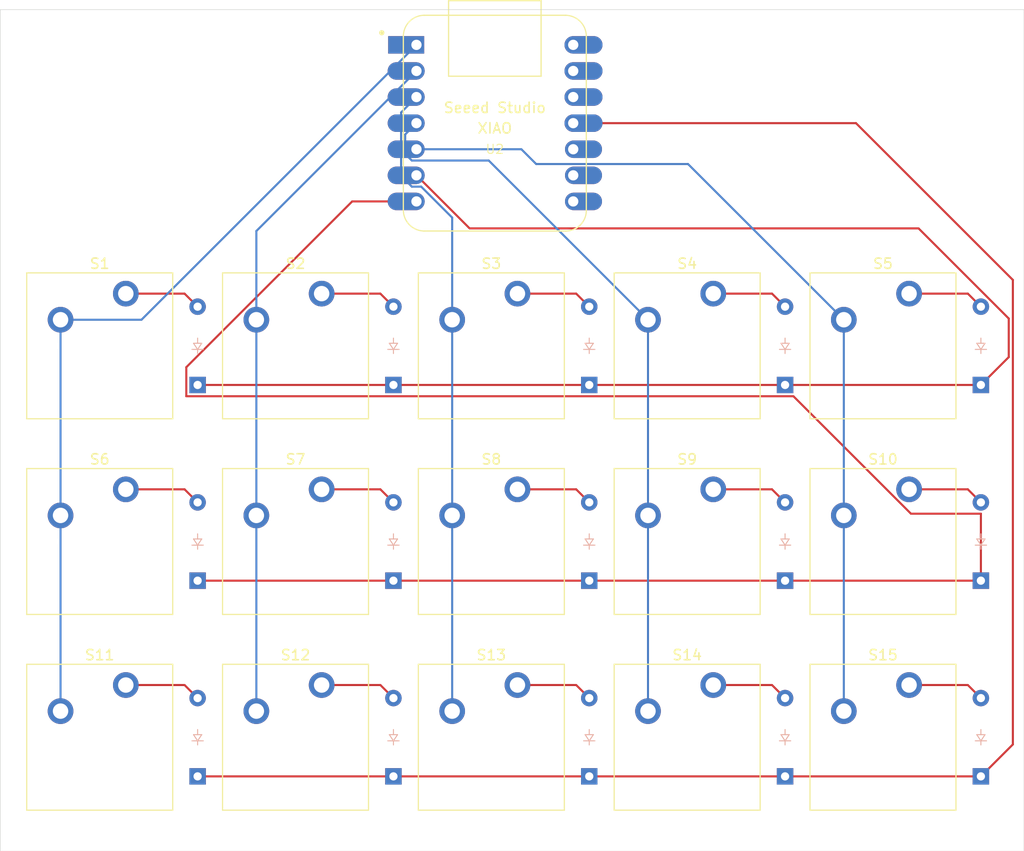
<source format=kicad_pcb>
(kicad_pcb (version 20240108) (generator "pcbnew") (generator_version "8.0")
  (layers (0 "F.Cu" signal) (31 "B.Cu" signal) (34 "B.Paste" user) (35 "F.Paste" user) (36 "B.SilkS" user "B.Silkscreen") (37 "F.SilkS" user "F.Silkscreen") (38 "B.Mask" user) (39 "F.Mask" user) (44 "Edge.Cuts" user))
  (net 0 "")
  (net 1 "Net-(D1-A)")
  (net 2 "Row 0")
  (net 3 "Net-(D2-A)")
  (net 4 "Net-(D3-A)")
  (net 5 "Net-(D4-A)")
  (net 6 "Net-(D5-A)")
  (net 7 "Row 1")
  (net 8 "Net-(D6-A)")
  (net 9 "Net-(D7-A)")
  (net 10 "Net-(D8-A)")
  (net 11 "Net-(D9-A)")
  (net 12 "Net-(D10-A)")
  (net 13 "Row 2")
  (net 14 "Net-(D11-A)")
  (net 15 "Net-(D12-A)")
  (net 16 "Net-(D13-A)")
  (net 17 "Net-(D14-A)")
  (net 18 "Net-(D15-A)")
  (net 19 "Column 0")
  (net 20 "Column 1")
  (net 21 "Column 2")
  (net 22 "Column 3")
  (net 23 "Column 4")
  (footprint "ScottoKeebs_MX:MX_PCB_1.00u" (layer "F.Cu") (at 156.21 104.775)
    (property "Reference" "S9" (at 0 -8 0) (layer "F.SilkS"))
    (property "Value" "Keyswitch")
    (fp_line (start -7.1 -7.1) (end -7.1 7.1) (stroke (width 0.12)) (layer "F.SilkS"))
    (fp_line (start -7.1 7.1) (end 7.1 7.1) (stroke (width 0.12)) (layer "F.SilkS"))
    (fp_line (start 7.1 -7.1) (end -7.1 -7.1) (stroke (width 0.12)) (layer "F.SilkS"))
    (fp_line (start 7.1 7.1) (end 7.1 -7.1) (stroke (width 0.12)) (layer "F.SilkS"))
    (pad "" np_thru_hole circle (at -5.08 0) (size 1.75 1.75) (drill 1.75) (layers "*.Cu" "*.Mask"))
    (pad "" np_thru_hole circle (at 0 0) (size 4 4) (drill 4) (layers "*.Cu" "*.Mask"))
    (pad "" np_thru_hole circle (at 5.08 0) (size 1.75 1.75) (drill 1.75) (layers "*.Cu" "*.Mask"))
    (pad "1" thru_hole circle (at -3.81 -2.54) (size 2.5 2.5) (drill 1.5) (layers "*.Cu" "*.Mask") (net 22 "Column 3"))
    (pad "2" thru_hole circle (at 2.54 -5.08) (size 2.5 2.5) (drill 1.5) (layers "*.Cu" "*.Mask") (net 11 "Net-(D9-A)"))
  )
  (footprint "ScottoKeebs_MX:MX_PCB_1.00u" (layer "F.Cu") (at 156.21 85.725)
    (property "Reference" "S4" (at 0 -8 0) (layer "F.SilkS"))
    (property "Value" "Keyswitch")
    (fp_line (start -7.1 -7.1) (end -7.1 7.1) (stroke (width 0.12)) (layer "F.SilkS"))
    (fp_line (start -7.1 7.1) (end 7.1 7.1) (stroke (width 0.12)) (layer "F.SilkS"))
    (fp_line (start 7.1 -7.1) (end -7.1 -7.1) (stroke (width 0.12)) (layer "F.SilkS"))
    (fp_line (start 7.1 7.1) (end 7.1 -7.1) (stroke (width 0.12)) (layer "F.SilkS"))
    (pad "" np_thru_hole circle (at -5.08 0) (size 1.75 1.75) (drill 1.75) (layers "*.Cu" "*.Mask"))
    (pad "" np_thru_hole circle (at 0 0) (size 4 4) (drill 4) (layers "*.Cu" "*.Mask"))
    (pad "" np_thru_hole circle (at 5.08 0) (size 1.75 1.75) (drill 1.75) (layers "*.Cu" "*.Mask"))
    (pad "1" thru_hole circle (at -3.81 -2.54) (size 2.5 2.5) (drill 1.5) (layers "*.Cu" "*.Mask") (net 22 "Column 3"))
    (pad "2" thru_hole circle (at 2.54 -5.08) (size 2.5 2.5) (drill 1.5) (layers "*.Cu" "*.Mask") (net 5 "Net-(D4-A)"))
  )
  (footprint "ScottoKeebs_MX:MX_PCB_1.00u" (layer "F.Cu") (at 118.11 104.775)
    (property "Reference" "S7" (at 0 -8 0) (layer "F.SilkS"))
    (property "Value" "Keyswitch")
    (fp_line (start -7.1 -7.1) (end -7.1 7.1) (stroke (width 0.12)) (layer "F.SilkS"))
    (fp_line (start -7.1 7.1) (end 7.1 7.1) (stroke (width 0.12)) (layer "F.SilkS"))
    (fp_line (start 7.1 -7.1) (end -7.1 -7.1) (stroke (width 0.12)) (layer "F.SilkS"))
    (fp_line (start 7.1 7.1) (end 7.1 -7.1) (stroke (width 0.12)) (layer "F.SilkS"))
    (pad "" np_thru_hole circle (at -5.08 0) (size 1.75 1.75) (drill 1.75) (layers "*.Cu" "*.Mask"))
    (pad "" np_thru_hole circle (at 0 0) (size 4 4) (drill 4) (layers "*.Cu" "*.Mask"))
    (pad "" np_thru_hole circle (at 5.08 0) (size 1.75 1.75) (drill 1.75) (layers "*.Cu" "*.Mask"))
    (pad "1" thru_hole circle (at -3.81 -2.54) (size 2.5 2.5) (drill 1.5) (layers "*.Cu" "*.Mask") (net 20 "Column 1"))
    (pad "2" thru_hole circle (at 2.54 -5.08) (size 2.5 2.5) (drill 1.5) (layers "*.Cu" "*.Mask") (net 9 "Net-(D7-A)"))
  )
  (footprint "ScottoKeebs_MX:MX_PCB_1.00u" (layer "F.Cu") (at 118.11 123.825)
    (property "Reference" "S12" (at 0 -8 0) (layer "F.SilkS"))
    (property "Value" "Keyswitch")
    (fp_line (start -7.1 -7.1) (end -7.1 7.1) (stroke (width 0.12)) (layer "F.SilkS"))
    (fp_line (start -7.1 7.1) (end 7.1 7.1) (stroke (width 0.12)) (layer "F.SilkS"))
    (fp_line (start 7.1 -7.1) (end -7.1 -7.1) (stroke (width 0.12)) (layer "F.SilkS"))
    (fp_line (start 7.1 7.1) (end 7.1 -7.1) (stroke (width 0.12)) (layer "F.SilkS"))
    (pad "" np_thru_hole circle (at -5.08 0) (size 1.75 1.75) (drill 1.75) (layers "*.Cu" "*.Mask"))
    (pad "" np_thru_hole circle (at 0 0) (size 4 4) (drill 4) (layers "*.Cu" "*.Mask"))
    (pad "" np_thru_hole circle (at 5.08 0) (size 1.75 1.75) (drill 1.75) (layers "*.Cu" "*.Mask"))
    (pad "1" thru_hole circle (at -3.81 -2.54) (size 2.5 2.5) (drill 1.5) (layers "*.Cu" "*.Mask") (net 20 "Column 1"))
    (pad "2" thru_hole circle (at 2.54 -5.08) (size 2.5 2.5) (drill 1.5) (layers "*.Cu" "*.Mask") (net 15 "Net-(D12-A)"))
  )
  (footprint "ScottoKeebs_MX:MX_PCB_1.00u" (layer "F.Cu") (at 137.16 85.725)
    (property "Reference" "S3" (at 0 -8 0) (layer "F.SilkS"))
    (property "Value" "Keyswitch")
    (fp_line (start -7.1 -7.1) (end -7.1 7.1) (stroke (width 0.12)) (layer "F.SilkS"))
    (fp_line (start -7.1 7.1) (end 7.1 7.1) (stroke (width 0.12)) (layer "F.SilkS"))
    (fp_line (start 7.1 -7.1) (end -7.1 -7.1) (stroke (width 0.12)) (layer "F.SilkS"))
    (fp_line (start 7.1 7.1) (end 7.1 -7.1) (stroke (width 0.12)) (layer "F.SilkS"))
    (pad "" np_thru_hole circle (at -5.08 0) (size 1.75 1.75) (drill 1.75) (layers "*.Cu" "*.Mask"))
    (pad "" np_thru_hole circle (at 0 0) (size 4 4) (drill 4) (layers "*.Cu" "*.Mask"))
    (pad "" np_thru_hole circle (at 5.08 0) (size 1.75 1.75) (drill 1.75) (layers "*.Cu" "*.Mask"))
    (pad "1" thru_hole circle (at -3.81 -2.54) (size 2.5 2.5) (drill 1.5) (layers "*.Cu" "*.Mask") (net 21 "Column 2"))
    (pad "2" thru_hole circle (at 2.54 -5.08) (size 2.5 2.5) (drill 1.5) (layers "*.Cu" "*.Mask") (net 4 "Net-(D3-A)"))
  )
  (footprint "ScottoKeebs_MX:MX_PCB_1.00u" (layer "F.Cu") (at 99.06 85.725)
    (property "Reference" "S1" (at 0 -8 0) (layer "F.SilkS"))
    (property "Value" "Keyswitch")
    (fp_line (start -7.1 -7.1) (end -7.1 7.1) (stroke (width 0.12)) (layer "F.SilkS"))
    (fp_line (start -7.1 7.1) (end 7.1 7.1) (stroke (width 0.12)) (layer "F.SilkS"))
    (fp_line (start 7.1 -7.1) (end -7.1 -7.1) (stroke (width 0.12)) (layer "F.SilkS"))
    (fp_line (start 7.1 7.1) (end 7.1 -7.1) (stroke (width 0.12)) (layer "F.SilkS"))
    (pad "" np_thru_hole circle (at -5.08 0) (size 1.75 1.75) (drill 1.75) (layers "*.Cu" "*.Mask"))
    (pad "" np_thru_hole circle (at 0 0) (size 4 4) (drill 4) (layers "*.Cu" "*.Mask"))
    (pad "" np_thru_hole circle (at 5.08 0) (size 1.75 1.75) (drill 1.75) (layers "*.Cu" "*.Mask"))
    (pad "1" thru_hole circle (at -3.81 -2.54) (size 2.5 2.5) (drill 1.5) (layers "*.Cu" "*.Mask") (net 19 "Column 0"))
    (pad "2" thru_hole circle (at 2.54 -5.08) (size 2.5 2.5) (drill 1.5) (layers "*.Cu" "*.Mask") (net 1 "Net-(D1-A)"))
  )
  (footprint "ScottoKeebs_MX:MX_PCB_1.00u" (layer "F.Cu") (at 99.06 123.825)
    (property "Reference" "S11" (at 0 -8 0) (layer "F.SilkS"))
    (property "Value" "Keyswitch")
    (fp_line (start -7.1 -7.1) (end -7.1 7.1) (stroke (width 0.12)) (layer "F.SilkS"))
    (fp_line (start -7.1 7.1) (end 7.1 7.1) (stroke (width 0.12)) (layer "F.SilkS"))
    (fp_line (start 7.1 -7.1) (end -7.1 -7.1) (stroke (width 0.12)) (layer "F.SilkS"))
    (fp_line (start 7.1 7.1) (end 7.1 -7.1) (stroke (width 0.12)) (layer "F.SilkS"))
    (pad "" np_thru_hole circle (at -5.08 0) (size 1.75 1.75) (drill 1.75) (layers "*.Cu" "*.Mask"))
    (pad "" np_thru_hole circle (at 0 0) (size 4 4) (drill 4) (layers "*.Cu" "*.Mask"))
    (pad "" np_thru_hole circle (at 5.08 0) (size 1.75 1.75) (drill 1.75) (layers "*.Cu" "*.Mask"))
    (pad "1" thru_hole circle (at -3.81 -2.54) (size 2.5 2.5) (drill 1.5) (layers "*.Cu" "*.Mask") (net 19 "Column 0"))
    (pad "2" thru_hole circle (at 2.54 -5.08) (size 2.5 2.5) (drill 1.5) (layers "*.Cu" "*.Mask") (net 14 "Net-(D11-A)"))
  )
  (footprint "ScottoKeebs_MX:MX_PCB_1.00u" (layer "F.Cu") (at 156.21 123.825)
    (property "Reference" "S14" (at 0 -8 0) (layer "F.SilkS"))
    (property "Value" "Keyswitch")
    (fp_line (start -7.1 -7.1) (end -7.1 7.1) (stroke (width 0.12)) (layer "F.SilkS"))
    (fp_line (start -7.1 7.1) (end 7.1 7.1) (stroke (width 0.12)) (layer "F.SilkS"))
    (fp_line (start 7.1 -7.1) (end -7.1 -7.1) (stroke (width 0.12)) (layer "F.SilkS"))
    (fp_line (start 7.1 7.1) (end 7.1 -7.1) (stroke (width 0.12)) (layer "F.SilkS"))
    (pad "" np_thru_hole circle (at -5.08 0) (size 1.75 1.75) (drill 1.75) (layers "*.Cu" "*.Mask"))
    (pad "" np_thru_hole circle (at 0 0) (size 4 4) (drill 4) (layers "*.Cu" "*.Mask"))
    (pad "" np_thru_hole circle (at 5.08 0) (size 1.75 1.75) (drill 1.75) (layers "*.Cu" "*.Mask"))
    (pad "1" thru_hole circle (at -3.81 -2.54) (size 2.5 2.5) (drill 1.5) (layers "*.Cu" "*.Mask") (net 22 "Column 3"))
    (pad "2" thru_hole circle (at 2.54 -5.08) (size 2.5 2.5) (drill 1.5) (layers "*.Cu" "*.Mask") (net 17 "Net-(D14-A)"))
  )
  (footprint "myfootprints:XIAO-Generic-Hybrid-14P-2.54-21X17.8MM" (layer "F.Cu") (at 137.5 64.05)
    (property "Reference" "U2" (at 0 2.54 0) (layer "F.SilkS") (effects (font (size 0.889 0.889) (thickness 0.1016))))
    (property "Value" "SEEED-XIAO" (hide yes))
    (fp_line (start -8.9 -8.5) (end -8.9 8.5) (stroke (width 0.127)) (layer "F.SilkS"))
    (fp_line (start -6.9 10.5) (end 6.9 10.5) (stroke (width 0.127)) (layer "F.SilkS"))
    (fp_line (start -4.5 -11.92403) (end 4.5 -11.92403) (stroke (width 0.127)) (layer "F.SilkS"))
    (fp_line (start -4.5 -4.57073) (end -4.5 -11.92403) (stroke (width 0.127)) (layer "F.SilkS"))
    (fp_line (start 4.5 -11.92403) (end 4.5 -4.57073) (stroke (width 0.127)) (layer "F.SilkS"))
    (fp_line (start 4.5 -4.57073) (end -4.5 -4.57073) (stroke (width 0.127)) (layer "F.SilkS"))
    (fp_line (start 6.9 -10.49909) (end -6.9 -10.49909) (stroke (width 0.127)) (layer "F.SilkS"))
    (fp_line (start 8.9 8.5) (end 8.9 -8.5) (stroke (width 0.127)) (layer "F.SilkS"))
    (fp_arc (start -8.9 -8.5) (mid -8.301491 -9.901491) (end -6.9 -10.5) (stroke (width 0.12)) (layer "F.SilkS"))
    (fp_arc (start -6.9 10.5) (mid -8.301423 9.901423) (end -8.9 8.5) (stroke (width 0.12)) (layer "F.SilkS"))
    (fp_arc (start 6.9 -10.5) (mid 8.301492 -9.901492) (end 8.9 -8.5) (stroke (width 0.12)) (layer "F.SilkS"))
    (fp_arc (start 8.9 8.5) (mid 8.314214 9.914214) (end 6.9 10.5) (stroke (width 0.12)) (layer "F.SilkS"))
    (fp_circle (center -11 -8.8) (end -11 -9.054) (fill solid) (layer "F.SilkS"))
    (fp_poly (pts (xy -8.887715 -8.561705) (xy -8.884667 -8.610473) (xy -8.880603 -8.659494)) (stroke (width 0.0254)) (fill none) (layer "F.SilkS"))
    (fp_poly (pts (xy 8.889492 8.521574) (xy 8.887713 8.57085) (xy 8.884665 8.619618) (xy 8.880601 8.668639) (xy 8.875268 8.717407) (xy 8.868664 8.766175) (xy 8.861044 8.81469) (xy 8.852153 8.86295) (xy 8.842248 8.910955)) (stroke (width 0.0254)) (fill none) (layer "F.SilkS"))
    (fp_text user "Seeed Studio" (at 0 -1.5 0) (layer "F.SilkS"))
    (fp_text user "XIAO" (at 0 0.5 0) (layer "F.SilkS"))
    (pad "1" thru_hole rect (at -7.625 -7.62) (size 3.5 1.7) (drill 1 (offset -1 0)) (layers "*.Cu" "*.Mask") (net 19 "Column 0"))
    (pad "2" thru_hole oval (at -7.625 -5.08) (size 3.6 1.7) (drill 1 (offset -1 0)) (layers "*.Cu" "*.Mask") (net 20 "Column 1"))
    (pad "3" thru_hole oval (at -7.625 -2.54) (size 3.6 1.7) (drill 1 (offset -1 0)) (layers "*.Cu" "*.Mask") (net 21 "Column 2"))
    (pad "4" thru_hole oval (at -7.625 0) (size 3.6 1.7) (drill 1 (offset -1 0)) (layers "*.Cu" "*.Mask") (net 22 "Column 3"))
    (pad "5" thru_hole oval (at -7.625 2.54) (size 3.6 1.7) (drill 1 (offset -1 0)) (layers "*.Cu" "*.Mask") (net 23 "Column 4"))
    (pad "6" thru_hole oval (at -7.625 5.08 180) (size 3.6 1.7) (drill 1 (offset 1 0)) (layers "*.Cu" "*.Mask") (net 2 "Row 0"))
    (pad "7" thru_hole oval (at -7.625 7.62) (size 3.6 1.7) (drill 1 (offset -1 0)) (layers "*.Cu" "*.Mask") (net 7 "Row 1"))
    (pad "8" thru_hole oval (at 7.625 7.62) (size 3.6 1.7) (drill 1 (offset 1 0)) (layers "*.Cu" "*.Mask"))
    (pad "9" thru_hole oval (at 7.625 5.08) (size 3.6 1.7) (drill 1 (offset 1 0)) (layers "*.Cu" "*.Mask"))
    (pad "10" thru_hole oval (at 7.625 2.54) (size 3.6 1.7) (drill 1 (offset 1 0)) (layers "*.Cu" "*.Mask"))
    (pad "11" thru_hole oval (at 7.625 0) (size 3.7 1.7) (drill 1 (offset 1 0)) (layers "*.Cu" "*.Mask") (net 13 "Row 2"))
    (pad "12" thru_hole oval (at 7.625 -2.54) (size 3.7 1.7) (drill 1 (offset 1 0)) (layers "*.Cu" "*.Mask"))
    (pad "13" thru_hole oval (at 7.625 -5.08) (size 3.7 1.7) (drill 1 (offset 1 0)) (layers "*.Cu" "*.Mask"))
    (pad "14" thru_hole oval (at 7.625 -7.62) (size 3.7 1.7) (drill 1 (offset 1 0)) (layers "*.Cu" "*.Mask"))
  )
  (footprint "ScottoKeebs_MX:MX_PCB_1.00u" (layer "F.Cu") (at 137.16 123.825)
    (property "Reference" "S13" (at 0 -8 0) (layer "F.SilkS"))
    (property "Value" "Keyswitch")
    (fp_line (start -7.1 -7.1) (end -7.1 7.1) (stroke (width 0.12)) (layer "F.SilkS"))
    (fp_line (start -7.1 7.1) (end 7.1 7.1) (stroke (width 0.12)) (layer "F.SilkS"))
    (fp_line (start 7.1 -7.1) (end -7.1 -7.1) (stroke (width 0.12)) (layer "F.SilkS"))
    (fp_line (start 7.1 7.1) (end 7.1 -7.1) (stroke (width 0.12)) (layer "F.SilkS"))
    (pad "" np_thru_hole circle (at -5.08 0) (size 1.75 1.75) (drill 1.75) (layers "*.Cu" "*.Mask"))
    (pad "" np_thru_hole circle (at 0 0) (size 4 4) (drill 4) (layers "*.Cu" "*.Mask"))
    (pad "" np_thru_hole circle (at 5.08 0) (size 1.75 1.75) (drill 1.75) (layers "*.Cu" "*.Mask"))
    (pad "1" thru_hole circle (at -3.81 -2.54) (size 2.5 2.5) (drill 1.5) (layers "*.Cu" "*.Mask") (net 21 "Column 2"))
    (pad "2" thru_hole circle (at 2.54 -5.08) (size 2.5 2.5) (drill 1.5) (layers "*.Cu" "*.Mask") (net 16 "Net-(D13-A)"))
  )
  (footprint "ScottoKeebs_MX:MX_PCB_1.00u" (layer "F.Cu") (at 175.26 123.825)
    (property "Reference" "S15" (at 0 -8 0) (layer "F.SilkS"))
    (property "Value" "Keyswitch")
    (fp_line (start -7.1 -7.1) (end -7.1 7.1) (stroke (width 0.12)) (layer "F.SilkS"))
    (fp_line (start -7.1 7.1) (end 7.1 7.1) (stroke (width 0.12)) (layer "F.SilkS"))
    (fp_line (start 7.1 -7.1) (end -7.1 -7.1) (stroke (width 0.12)) (layer "F.SilkS"))
    (fp_line (start 7.1 7.1) (end 7.1 -7.1) (stroke (width 0.12)) (layer "F.SilkS"))
    (pad "" np_thru_hole circle (at -5.08 0) (size 1.75 1.75) (drill 1.75) (layers "*.Cu" "*.Mask"))
    (pad "" np_thru_hole circle (at 0 0) (size 4 4) (drill 4) (layers "*.Cu" "*.Mask"))
    (pad "" np_thru_hole circle (at 5.08 0) (size 1.75 1.75) (drill 1.75) (layers "*.Cu" "*.Mask"))
    (pad "1" thru_hole circle (at -3.81 -2.54) (size 2.5 2.5) (drill 1.5) (layers "*.Cu" "*.Mask") (net 23 "Column 4"))
    (pad "2" thru_hole circle (at 2.54 -5.08) (size 2.5 2.5) (drill 1.5) (layers "*.Cu" "*.Mask") (net 18 "Net-(D15-A)"))
  )
  (footprint "ScottoKeebs_MX:MX_PCB_1.00u" (layer "F.Cu") (at 137.16 104.775)
    (property "Reference" "S8" (at 0 -8 0) (layer "F.SilkS"))
    (property "Value" "Keyswitch")
    (fp_line (start -7.1 -7.1) (end -7.1 7.1) (stroke (width 0.12)) (layer "F.SilkS"))
    (fp_line (start -7.1 7.1) (end 7.1 7.1) (stroke (width 0.12)) (layer "F.SilkS"))
    (fp_line (start 7.1 -7.1) (end -7.1 -7.1) (stroke (width 0.12)) (layer "F.SilkS"))
    (fp_line (start 7.1 7.1) (end 7.1 -7.1) (stroke (width 0.12)) (layer "F.SilkS"))
    (pad "" np_thru_hole circle (at -5.08 0) (size 1.75 1.75) (drill 1.75) (layers "*.Cu" "*.Mask"))
    (pad "" np_thru_hole circle (at 0 0) (size 4 4) (drill 4) (layers "*.Cu" "*.Mask"))
    (pad "" np_thru_hole circle (at 5.08 0) (size 1.75 1.75) (drill 1.75) (layers "*.Cu" "*.Mask"))
    (pad "1" thru_hole circle (at -3.81 -2.54) (size 2.5 2.5) (drill 1.5) (layers "*.Cu" "*.Mask") (net 21 "Column 2"))
    (pad "2" thru_hole circle (at 2.54 -5.08) (size 2.5 2.5) (drill 1.5) (layers "*.Cu" "*.Mask") (net 10 "Net-(D8-A)"))
  )
  (footprint "ScottoKeebs_MX:MX_PCB_1.00u" (layer "F.Cu") (at 118.11 85.725)
    (property "Reference" "S2" (at 0 -8 0) (layer "F.SilkS"))
    (property "Value" "Keyswitch")
    (fp_line (start -7.1 -7.1) (end -7.1 7.1) (stroke (width 0.12)) (layer "F.SilkS"))
    (fp_line (start -7.1 7.1) (end 7.1 7.1) (stroke (width 0.12)) (layer "F.SilkS"))
    (fp_line (start 7.1 -7.1) (end -7.1 -7.1) (stroke (width 0.12)) (layer "F.SilkS"))
    (fp_line (start 7.1 7.1) (end 7.1 -7.1) (stroke (width 0.12)) (layer "F.SilkS"))
    (pad "" np_thru_hole circle (at -5.08 0) (size 1.75 1.75) (drill 1.75) (layers "*.Cu" "*.Mask"))
    (pad "" np_thru_hole circle (at 0 0) (size 4 4) (drill 4) (layers "*.Cu" "*.Mask"))
    (pad "" np_thru_hole circle (at 5.08 0) (size 1.75 1.75) (drill 1.75) (layers "*.Cu" "*.Mask"))
    (pad "1" thru_hole circle (at -3.81 -2.54) (size 2.5 2.5) (drill 1.5) (layers "*.Cu" "*.Mask") (net 20 "Column 1"))
    (pad "2" thru_hole circle (at 2.54 -5.08) (size 2.5 2.5) (drill 1.5) (layers "*.Cu" "*.Mask") (net 3 "Net-(D2-A)"))
  )
  (footprint "ScottoKeebs_MX:MX_PCB_1.00u" (layer "F.Cu") (at 175.26 104.775)
    (property "Reference" "S10" (at 0 -8 0) (layer "F.SilkS"))
    (property "Value" "Keyswitch")
    (fp_line (start -7.1 -7.1) (end -7.1 7.1) (stroke (width 0.12)) (layer "F.SilkS"))
    (fp_line (start -7.1 7.1) (end 7.1 7.1) (stroke (width 0.12)) (layer "F.SilkS"))
    (fp_line (start 7.1 -7.1) (end -7.1 -7.1) (stroke (width 0.12)) (layer "F.SilkS"))
    (fp_line (start 7.1 7.1) (end 7.1 -7.1) (stroke (width 0.12)) (layer "F.SilkS"))
    (pad "" np_thru_hole circle (at -5.08 0) (size 1.75 1.75) (drill 1.75) (layers "*.Cu" "*.Mask"))
    (pad "" np_thru_hole circle (at 0 0) (size 4 4) (drill 4) (layers "*.Cu" "*.Mask"))
    (pad "" np_thru_hole circle (at 5.08 0) (size 1.75 1.75) (drill 1.75) (layers "*.Cu" "*.Mask"))
    (pad "1" thru_hole circle (at -3.81 -2.54) (size 2.5 2.5) (drill 1.5) (layers "*.Cu" "*.Mask") (net 23 "Column 4"))
    (pad "2" thru_hole circle (at 2.54 -5.08) (size 2.5 2.5) (drill 1.5) (layers "*.Cu" "*.Mask") (net 12 "Net-(D10-A)"))
  )
  (footprint "ScottoKeebs_MX:MX_PCB_1.00u" (layer "F.Cu") (at 99.06 104.775)
    (property "Reference" "S6" (at 0 -8 0) (layer "F.SilkS"))
    (property "Value" "Keyswitch")
    (fp_line (start -7.1 -7.1) (end -7.1 7.1) (stroke (width 0.12)) (layer "F.SilkS"))
    (fp_line (start -7.1 7.1) (end 7.1 7.1) (stroke (width 0.12)) (layer "F.SilkS"))
    (fp_line (start 7.1 -7.1) (end -7.1 -7.1) (stroke (width 0.12)) (layer "F.SilkS"))
    (fp_line (start 7.1 7.1) (end 7.1 -7.1) (stroke (width 0.12)) (layer "F.SilkS"))
    (pad "" np_thru_hole circle (at -5.08 0) (size 1.75 1.75) (drill 1.75) (layers "*.Cu" "*.Mask"))
    (pad "" np_thru_hole circle (at 0 0) (size 4 4) (drill 4) (layers "*.Cu" "*.Mask"))
    (pad "" np_thru_hole circle (at 5.08 0) (size 1.75 1.75) (drill 1.75) (layers "*.Cu" "*.Mask"))
    (pad "1" thru_hole circle (at -3.81 -2.54) (size 2.5 2.5) (drill 1.5) (layers "*.Cu" "*.Mask") (net 19 "Column 0"))
    (pad "2" thru_hole circle (at 2.54 -5.08) (size 2.5 2.5) (drill 1.5) (layers "*.Cu" "*.Mask") (net 8 "Net-(D6-A)"))
  )
  (footprint "ScottoKeebs_MX:MX_PCB_1.00u" (layer "F.Cu") (at 175.26 85.725)
    (property "Reference" "S5" (at 0 -8 0) (layer "F.SilkS"))
    (property "Value" "Keyswitch")
    (fp_line (start -7.1 -7.1) (end -7.1 7.1) (stroke (width 0.12)) (layer "F.SilkS"))
    (fp_line (start -7.1 7.1) (end 7.1 7.1) (stroke (width 0.12)) (layer "F.SilkS"))
    (fp_line (start 7.1 -7.1) (end -7.1 -7.1) (stroke (width 0.12)) (layer "F.SilkS"))
    (fp_line (start 7.1 7.1) (end 7.1 -7.1) (stroke (width 0.12)) (layer "F.SilkS"))
    (pad "" np_thru_hole circle (at -5.08 0) (size 1.75 1.75) (drill 1.75) (layers "*.Cu" "*.Mask"))
    (pad "" np_thru_hole circle (at 0 0) (size 4 4) (drill 4) (layers "*.Cu" "*.Mask"))
    (pad "" np_thru_hole circle (at 5.08 0) (size 1.75 1.75) (drill 1.75) (layers "*.Cu" "*.Mask"))
    (pad "1" thru_hole circle (at -3.81 -2.54) (size 2.5 2.5) (drill 1.5) (layers "*.Cu" "*.Mask") (net 23 "Column 4"))
    (pad "2" thru_hole circle (at 2.54 -5.08) (size 2.5 2.5) (drill 1.5) (layers "*.Cu" "*.Mask") (net 6 "Net-(D5-A)"))
  )
  (footprint "ScottoKeebs_Components:Diode_DO-35" (layer "B.Cu") (at 165.735 108.585 90)
    (property "Reference" "D9" (hide yes))
    (property "Value" "D" (hide yes))
    (fp_line (start 3.46 -0.55) (end 3.46 0.55) (stroke (width 0.1)) (layer "B.SilkS"))
    (fp_line (start 4.06 -0.4) (end 4.06 0.4) (stroke (width 0.1)) (layer "B.SilkS"))
    (fp_line (start 4.56 0) (end 4.06 0) (stroke (width 0.1)) (layer "B.SilkS"))
    (fp_line (start 3.46 0) (end 4.06 -0.4) (stroke (width 0.1)) (layer "B.SilkS"))
    (fp_line (start 3.46 0) (end 3.06 0) (stroke (width 0.1)) (layer "B.SilkS"))
    (fp_line (start 4.06 0.4) (end 3.46 0) (stroke (width 0.1)) (layer "B.SilkS"))
    (pad "1" thru_hole rect (at 0 0 90) (size 1.6 1.6) (drill 0.8) (layers "*.Cu" "*.Mask") (net 7 "Row 1"))
    (pad "2" thru_hole oval (at 7.62 0 90) (size 1.6 1.6) (drill 0.8) (layers "*.Cu" "*.Mask") (net 11 "Net-(D9-A)"))
  )
  (footprint "ScottoKeebs_Components:Diode_DO-35" (layer "B.Cu") (at 184.785 108.585 90)
    (property "Reference" "D10" (hide yes))
    (property "Value" "D" (hide yes))
    (fp_line (start 3.46 -0.55) (end 3.46 0.55) (stroke (width 0.1)) (layer "B.SilkS"))
    (fp_line (start 4.06 -0.4) (end 4.06 0.4) (stroke (width 0.1)) (layer "B.SilkS"))
    (fp_line (start 4.56 0) (end 4.06 0) (stroke (width 0.1)) (layer "B.SilkS"))
    (fp_line (start 3.46 0) (end 4.06 -0.4) (stroke (width 0.1)) (layer "B.SilkS"))
    (fp_line (start 3.46 0) (end 3.06 0) (stroke (width 0.1)) (layer "B.SilkS"))
    (fp_line (start 4.06 0.4) (end 3.46 0) (stroke (width 0.1)) (layer "B.SilkS"))
    (pad "1" thru_hole rect (at 0 0 90) (size 1.6 1.6) (drill 0.8) (layers "*.Cu" "*.Mask") (net 7 "Row 1"))
    (pad "2" thru_hole oval (at 7.62 0 90) (size 1.6 1.6) (drill 0.8) (layers "*.Cu" "*.Mask") (net 12 "Net-(D10-A)"))
  )
  (footprint "ScottoKeebs_Components:Diode_DO-35" (layer "B.Cu") (at 165.735 127.635 90)
    (property "Reference" "D14" (hide yes))
    (property "Value" "D" (hide yes))
    (fp_line (start 3.46 -0.55) (end 3.46 0.55) (stroke (width 0.1)) (layer "B.SilkS"))
    (fp_line (start 4.06 -0.4) (end 4.06 0.4) (stroke (width 0.1)) (layer "B.SilkS"))
    (fp_line (start 4.56 0) (end 4.06 0) (stroke (width 0.1)) (layer "B.SilkS"))
    (fp_line (start 3.46 0) (end 4.06 -0.4) (stroke (width 0.1)) (layer "B.SilkS"))
    (fp_line (start 3.46 0) (end 3.06 0) (stroke (width 0.1)) (layer "B.SilkS"))
    (fp_line (start 4.06 0.4) (end 3.46 0) (stroke (width 0.1)) (layer "B.SilkS"))
    (pad "1" thru_hole rect (at 0 0 90) (size 1.6 1.6) (drill 0.8) (layers "*.Cu" "*.Mask") (net 13 "Row 2"))
    (pad "2" thru_hole oval (at 7.62 0 90) (size 1.6 1.6) (drill 0.8) (layers "*.Cu" "*.Mask") (net 17 "Net-(D14-A)"))
  )
  (footprint "ScottoKeebs_Components:Diode_DO-35" (layer "B.Cu") (at 146.685 89.535 90)
    (property "Reference" "D3" (hide yes))
    (property "Value" "D" (hide yes))
    (fp_line (start 3.46 -0.55) (end 3.46 0.55) (stroke (width 0.1)) (layer "B.SilkS"))
    (fp_line (start 4.06 -0.4) (end 4.06 0.4) (stroke (width 0.1)) (layer "B.SilkS"))
    (fp_line (start 4.56 0) (end 4.06 0) (stroke (width 0.1)) (layer "B.SilkS"))
    (fp_line (start 3.46 0) (end 4.06 -0.4) (stroke (width 0.1)) (layer "B.SilkS"))
    (fp_line (start 3.46 0) (end 3.06 0) (stroke (width 0.1)) (layer "B.SilkS"))
    (fp_line (start 4.06 0.4) (end 3.46 0) (stroke (width 0.1)) (layer "B.SilkS"))
    (pad "1" thru_hole rect (at 0 0 90) (size 1.6 1.6) (drill 0.8) (layers "*.Cu" "*.Mask") (net 2 "Row 0"))
    (pad "2" thru_hole oval (at 7.62 0 90) (size 1.6 1.6) (drill 0.8) (layers "*.Cu" "*.Mask") (net 4 "Net-(D3-A)"))
  )
  (footprint "ScottoKeebs_Components:Diode_DO-35" (layer "B.Cu") (at 127.635 108.585 90)
    (property "Reference" "D7" (hide yes))
    (property "Value" "D" (hide yes))
    (fp_line (start 3.46 -0.55) (end 3.46 0.55) (stroke (width 0.1)) (layer "B.SilkS"))
    (fp_line (start 4.06 -0.4) (end 4.06 0.4) (stroke (width 0.1)) (layer "B.SilkS"))
    (fp_line (start 4.56 0) (end 4.06 0) (stroke (width 0.1)) (layer "B.SilkS"))
    (fp_line (start 3.46 0) (end 4.06 -0.4) (stroke (width 0.1)) (layer "B.SilkS"))
    (fp_line (start 3.46 0) (end 3.06 0) (stroke (width 0.1)) (layer "B.SilkS"))
    (fp_line (start 4.06 0.4) (end 3.46 0) (stroke (width 0.1)) (layer "B.SilkS"))
    (pad "1" thru_hole rect (at 0 0 90) (size 1.6 1.6) (drill 0.8) (layers "*.Cu" "*.Mask") (net 7 "Row 1"))
    (pad "2" thru_hole oval (at 7.62 0 90) (size 1.6 1.6) (drill 0.8) (layers "*.Cu" "*.Mask") (net 9 "Net-(D7-A)"))
  )
  (footprint "ScottoKeebs_Components:Diode_DO-35" (layer "B.Cu") (at 108.585 127.635 90)
    (property "Reference" "D11" (hide yes))
    (property "Value" "D" (hide yes))
    (fp_line (start 3.46 -0.55) (end 3.46 0.55) (stroke (width 0.1)) (layer "B.SilkS"))
    (fp_line (start 4.06 -0.4) (end 4.06 0.4) (stroke (width 0.1)) (layer "B.SilkS"))
    (fp_line (start 4.56 0) (end 4.06 0) (stroke (width 0.1)) (layer "B.SilkS"))
    (fp_line (start 3.46 0) (end 4.06 -0.4) (stroke (width 0.1)) (layer "B.SilkS"))
    (fp_line (start 3.46 0) (end 3.06 0) (stroke (width 0.1)) (layer "B.SilkS"))
    (fp_line (start 4.06 0.4) (end 3.46 0) (stroke (width 0.1)) (layer "B.SilkS"))
    (pad "1" thru_hole rect (at 0 0 90) (size 1.6 1.6) (drill 0.8) (layers "*.Cu" "*.Mask") (net 13 "Row 2"))
    (pad "2" thru_hole oval (at 7.62 0 90) (size 1.6 1.6) (drill 0.8) (layers "*.Cu" "*.Mask") (net 14 "Net-(D11-A)"))
  )
  (footprint "ScottoKeebs_Components:Diode_DO-35" (layer "B.Cu") (at 165.735 89.535 90)
    (property "Reference" "D4" (hide yes))
    (property "Value" "D" (hide yes))
    (fp_line (start 3.46 -0.55) (end 3.46 0.55) (stroke (width 0.1)) (layer "B.SilkS"))
    (fp_line (start 4.06 -0.4) (end 4.06 0.4) (stroke (width 0.1)) (layer "B.SilkS"))
    (fp_line (start 4.56 0) (end 4.06 0) (stroke (width 0.1)) (layer "B.SilkS"))
    (fp_line (start 3.46 0) (end 4.06 -0.4) (stroke (width 0.1)) (layer "B.SilkS"))
    (fp_line (start 3.46 0) (end 3.06 0) (stroke (width 0.1)) (layer "B.SilkS"))
    (fp_line (start 4.06 0.4) (end 3.46 0) (stroke (width 0.1)) (layer "B.SilkS"))
    (pad "1" thru_hole rect (at 0 0 90) (size 1.6 1.6) (drill 0.8) (layers "*.Cu" "*.Mask") (net 2 "Row 0"))
    (pad "2" thru_hole oval (at 7.62 0 90) (size 1.6 1.6) (drill 0.8) (layers "*.Cu" "*.Mask") (net 5 "Net-(D4-A)"))
  )
  (footprint "ScottoKeebs_Components:Diode_DO-35" (layer "B.Cu") (at 108.585 108.585 90)
    (property "Reference" "D6" (hide yes))
    (property "Value" "D" (hide yes))
    (fp_line (start 3.46 -0.55) (end 3.46 0.55) (stroke (width 0.1)) (layer "B.SilkS"))
    (fp_line (start 4.06 -0.4) (end 4.06 0.4) (stroke (width 0.1)) (layer "B.SilkS"))
    (fp_line (start 4.56 0) (end 4.06 0) (stroke (width 0.1)) (layer "B.SilkS"))
    (fp_line (start 3.46 0) (end 4.06 -0.4) (stroke (width 0.1)) (layer "B.SilkS"))
    (fp_line (start 3.46 0) (end 3.06 0) (stroke (width 0.1)) (layer "B.SilkS"))
    (fp_line (start 4.06 0.4) (end 3.46 0) (stroke (width 0.1)) (layer "B.SilkS"))
    (pad "1" thru_hole rect (at 0 0 90) (size 1.6 1.6) (drill 0.8) (layers "*.Cu" "*.Mask") (net 7 "Row 1"))
    (pad "2" thru_hole oval (at 7.62 0 90) (size 1.6 1.6) (drill 0.8) (layers "*.Cu" "*.Mask") (net 8 "Net-(D6-A)"))
  )
  (footprint "ScottoKeebs_Components:Diode_DO-35" (layer "B.Cu") (at 127.635 127.635 90)
    (property "Reference" "D12" (hide yes))
    (property "Value" "D" (hide yes))
    (fp_line (start 3.46 -0.55) (end 3.46 0.55) (stroke (width 0.1)) (layer "B.SilkS"))
    (fp_line (start 4.06 -0.4) (end 4.06 0.4) (stroke (width 0.1)) (layer "B.SilkS"))
    (fp_line (start 4.56 0) (end 4.06 0) (stroke (width 0.1)) (layer "B.SilkS"))
    (fp_line (start 3.46 0) (end 4.06 -0.4) (stroke (width 0.1)) (layer "B.SilkS"))
    (fp_line (start 3.46 0) (end 3.06 0) (stroke (width 0.1)) (layer "B.SilkS"))
    (fp_line (start 4.06 0.4) (end 3.46 0) (stroke (width 0.1)) (layer "B.SilkS"))
    (pad "1" thru_hole rect (at 0 0 90) (size 1.6 1.6) (drill 0.8) (layers "*.Cu" "*.Mask") (net 13 "Row 2"))
    (pad "2" thru_hole oval (at 7.62 0 90) (size 1.6 1.6) (drill 0.8) (layers "*.Cu" "*.Mask") (net 15 "Net-(D12-A)"))
  )
  (footprint "ScottoKeebs_Components:Diode_DO-35" (layer "B.Cu") (at 146.685 108.585 90)
    (property "Reference" "D8" (hide yes))
    (property "Value" "D" (hide yes))
    (fp_line (start 3.46 -0.55) (end 3.46 0.55) (stroke (width 0.1)) (layer "B.SilkS"))
    (fp_line (start 4.06 -0.4) (end 4.06 0.4) (stroke (width 0.1)) (layer "B.SilkS"))
    (fp_line (start 4.56 0) (end 4.06 0) (stroke (width 0.1)) (layer "B.SilkS"))
    (fp_line (start 3.46 0) (end 4.06 -0.4) (stroke (width 0.1)) (layer "B.SilkS"))
    (fp_line (start 3.46 0) (end 3.06 0) (stroke (width 0.1)) (layer "B.SilkS"))
    (fp_line (start 4.06 0.4) (end 3.46 0) (stroke (width 0.1)) (layer "B.SilkS"))
    (pad "1" thru_hole rect (at 0 0 90) (size 1.6 1.6) (drill 0.8) (layers "*.Cu" "*.Mask") (net 7 "Row 1"))
    (pad "2" thru_hole oval (at 7.62 0 90) (size 1.6 1.6) (drill 0.8) (layers "*.Cu" "*.Mask") (net 10 "Net-(D8-A)"))
  )
  (footprint "ScottoKeebs_Components:Diode_DO-35" (layer "B.Cu") (at 184.785 127.635 90)
    (property "Reference" "D15" (hide yes))
    (property "Value" "D" (hide yes))
    (fp_line (start 3.46 -0.55) (end 3.46 0.55) (stroke (width 0.1)) (layer "B.SilkS"))
    (fp_line (start 4.06 -0.4) (end 4.06 0.4) (stroke (width 0.1)) (layer "B.SilkS"))
    (fp_line (start 4.56 0) (end 4.06 0) (stroke (width 0.1)) (layer "B.SilkS"))
    (fp_line (start 3.46 0) (end 4.06 -0.4) (stroke (width 0.1)) (layer "B.SilkS"))
    (fp_line (start 3.46 0) (end 3.06 0) (stroke (width 0.1)) (layer "B.SilkS"))
    (fp_line (start 4.06 0.4) (end 3.46 0) (stroke (width 0.1)) (layer "B.SilkS"))
    (pad "1" thru_hole rect (at 0 0 90) (size 1.6 1.6) (drill 0.8) (layers "*.Cu" "*.Mask") (net 13 "Row 2"))
    (pad "2" thru_hole oval (at 7.62 0 90) (size 1.6 1.6) (drill 0.8) (layers "*.Cu" "*.Mask") (net 18 "Net-(D15-A)"))
  )
  (footprint "ScottoKeebs_Components:Diode_DO-35" (layer "B.Cu") (at 146.685 127.635 90)
    (property "Reference" "D13" (hide yes))
    (property "Value" "D" (hide yes))
    (fp_line (start 3.46 -0.55) (end 3.46 0.55) (stroke (width 0.1)) (layer "B.SilkS"))
    (fp_line (start 4.06 -0.4) (end 4.06 0.4) (stroke (width 0.1)) (layer "B.SilkS"))
    (fp_line (start 4.56 0) (end 4.06 0) (stroke (width 0.1)) (layer "B.SilkS"))
    (fp_line (start 3.46 0) (end 4.06 -0.4) (stroke (width 0.1)) (layer "B.SilkS"))
    (fp_line (start 3.46 0) (end 3.06 0) (stroke (width 0.1)) (layer "B.SilkS"))
    (fp_line (start 4.06 0.4) (end 3.46 0) (stroke (width 0.1)) (layer "B.SilkS"))
    (pad "1" thru_hole rect (at 0 0 90) (size 1.6 1.6) (drill 0.8) (layers "*.Cu" "*.Mask") (net 13 "Row 2"))
    (pad "2" thru_hole oval (at 7.62 0 90) (size 1.6 1.6) (drill 0.8) (layers "*.Cu" "*.Mask") (net 16 "Net-(D13-A)"))
  )
  (footprint "ScottoKeebs_Components:Diode_DO-35" (layer "B.Cu") (at 127.635 89.535 90)
    (property "Reference" "D2" (hide yes))
    (property "Value" "D" (hide yes))
    (fp_line (start 3.46 -0.55) (end 3.46 0.55) (stroke (width 0.1)) (layer "B.SilkS"))
    (fp_line (start 4.06 -0.4) (end 4.06 0.4) (stroke (width 0.1)) (layer "B.SilkS"))
    (fp_line (start 4.56 0) (end 4.06 0) (stroke (width 0.1)) (layer "B.SilkS"))
    (fp_line (start 3.46 0) (end 4.06 -0.4) (stroke (width 0.1)) (layer "B.SilkS"))
    (fp_line (start 3.46 0) (end 3.06 0) (stroke (width 0.1)) (layer "B.SilkS"))
    (fp_line (start 4.06 0.4) (end 3.46 0) (stroke (width 0.1)) (layer "B.SilkS"))
    (pad "1" thru_hole rect (at 0 0 90) (size 1.6 1.6) (drill 0.8) (layers "*.Cu" "*.Mask") (net 2 "Row 0"))
    (pad "2" thru_hole oval (at 7.62 0 90) (size 1.6 1.6) (drill 0.8) (layers "*.Cu" "*.Mask") (net 3 "Net-(D2-A)"))
  )
  (footprint "ScottoKeebs_Components:Diode_DO-35" (layer "B.Cu") (at 108.585 89.535 90)
    (property "Reference" "D1" (hide yes))
    (property "Value" "D" (hide yes))
    (fp_line (start 3.46 -0.55) (end 3.46 0.55) (stroke (width 0.1)) (layer "B.SilkS"))
    (fp_line (start 4.06 -0.4) (end 4.06 0.4) (stroke (width 0.1)) (layer "B.SilkS"))
    (fp_line (start 4.56 0) (end 4.06 0) (stroke (width 0.1)) (layer "B.SilkS"))
    (fp_line (start 3.46 0) (end 4.06 -0.4) (stroke (width 0.1)) (layer "B.SilkS"))
    (fp_line (start 3.46 0) (end 3.06 0) (stroke (width 0.1)) (layer "B.SilkS"))
    (fp_line (start 4.06 0.4) (end 3.46 0) (stroke (width 0.1)) (layer "B.SilkS"))
    (pad "1" thru_hole rect (at 0 0 90) (size 1.6 1.6) (drill 0.8) (layers "*.Cu" "*.Mask") (net 2 "Row 0"))
    (pad "2" thru_hole oval (at 7.62 0 90) (size 1.6 1.6) (drill 0.8) (layers "*.Cu" "*.Mask") (net 1 "Net-(D1-A)"))
  )
  (footprint "ScottoKeebs_Components:Diode_DO-35" (layer "B.Cu") (at 184.785 89.535 90)
    (property "Reference" "D5" (hide yes))
    (property "Value" "D" (hide yes))
    (fp_line (start 3.46 -0.55) (end 3.46 0.55) (stroke (width 0.1)) (layer "B.SilkS"))
    (fp_line (start 4.06 -0.4) (end 4.06 0.4) (stroke (width 0.1)) (layer "B.SilkS"))
    (fp_line (start 4.56 0) (end 4.06 0) (stroke (width 0.1)) (layer "B.SilkS"))
    (fp_line (start 3.46 0) (end 4.06 -0.4) (stroke (width 0.1)) (layer "B.SilkS"))
    (fp_line (start 3.46 0) (end 3.06 0) (stroke (width 0.1)) (layer "B.SilkS"))
    (fp_line (start 4.06 0.4) (end 3.46 0) (stroke (width 0.1)) (layer "B.SilkS"))
    (pad "1" thru_hole rect (at 0 0 90) (size 1.6 1.6) (drill 0.8) (layers "*.Cu" "*.Mask") (net 2 "Row 0"))
    (pad "2" thru_hole oval (at 7.62 0 90) (size 1.6 1.6) (drill 0.8) (layers "*.Cu" "*.Mask") (net 6 "Net-(D5-A)"))
  )
  (gr_rect (start 89.385 53) (end 188.975 134.915) (stroke (width 0.05)) (fill none) (layer "Edge.Cuts"))
  (segment (start 101.6 80.645) (end 107.315 80.645) (width 0.2) (layer "F.Cu") (net 1))
  (segment (start 107.315 80.645) (end 108.585 81.915) (width 0.2) (layer "F.Cu") (net 1))
  (segment (start 187.495 83.069365) (end 178.720635 74.295) (width 0.2) (layer "F.Cu") (net 2))
  (segment (start 184.785 89.535) (end 187.495 86.825) (width 0.2) (layer "F.Cu") (net 2))
  (segment (start 178.720635 74.295) (end 135.045 74.295) (width 0.2) (layer "F.Cu") (net 2))
  (segment (start 187.495 86.825) (end 187.495 83.069365) (width 0.2) (layer "F.Cu") (net 2))
  (segment (start 108.585 89.535) (end 184.785 89.535) (width 0.2) (layer "F.Cu") (net 2))
  (segment (start 135.045 74.295) (end 129.88 69.13) (width 0.2) (layer "F.Cu") (net 2))
  (segment (start 120.65 80.645) (end 126.365 80.645) (width 0.2) (layer "F.Cu") (net 3))
  (segment (start 126.365 80.645) (end 127.635 81.915) (width 0.2) (layer "F.Cu") (net 3))
  (segment (start 145.415 80.645) (end 146.685 81.915) (width 0.2) (layer "F.Cu") (net 4))
  (segment (start 139.7 80.645) (end 145.415 80.645) (width 0.2) (layer "F.Cu") (net 4))
  (segment (start 158.75 80.645) (end 164.465 80.645) (width 0.2) (layer "F.Cu") (net 5))
  (segment (start 164.465 80.645) (end 165.735 81.915) (width 0.2) (layer "F.Cu") (net 5))
  (segment (start 183.515 80.645) (end 184.785 81.915) (width 0.2) (layer "F.Cu") (net 6))
  (segment (start 177.8 80.645) (end 183.515 80.645) (width 0.2) (layer "F.Cu") (net 6))
  (segment (start 107.485 90.635) (end 107.485 87.807968) (width 0.2) (layer "F.Cu") (net 7))
  (segment (start 177.977968 102.065) (end 166.547968 90.635) (width 0.2) (layer "F.Cu") (net 7))
  (segment (start 108.585 108.585) (end 184.785 108.585) (width 0.2) (layer "F.Cu") (net 7))
  (segment (start 123.622968 71.67) (end 129.88 71.67) (width 0.2) (layer "F.Cu") (net 7))
  (segment (start 107.485 87.807968) (end 123.622968 71.67) (width 0.2) (layer "F.Cu") (net 7))
  (segment (start 166.547968 90.635) (end 107.485 90.635) (width 0.2) (layer "F.Cu") (net 7))
  (segment (start 184.785 108.585) (end 184.785 102.065) (width 0.2) (layer "F.Cu") (net 7))
  (segment (start 184.785 102.065) (end 177.977968 102.065) (width 0.2) (layer "F.Cu") (net 7))
  (segment (start 101.6 99.695) (end 107.315 99.695) (width 0.2) (layer "F.Cu") (net 8))
  (segment (start 107.315 99.695) (end 108.585 100.965) (width 0.2) (layer "F.Cu") (net 8))
  (segment (start 120.65 99.695) (end 126.365 99.695) (width 0.2) (layer "F.Cu") (net 9))
  (segment (start 126.365 99.695) (end 127.635 100.965) (width 0.2) (layer "F.Cu") (net 9))
  (segment (start 145.415 99.695) (end 146.685 100.965) (width 0.2) (layer "F.Cu") (net 10))
  (segment (start 139.7 99.695) (end 145.415 99.695) (width 0.2) (layer "F.Cu") (net 10))
  (segment (start 158.75 99.695) (end 164.465 99.695) (width 0.2) (layer "F.Cu") (net 11))
  (segment (start 164.465 99.695) (end 165.735 100.965) (width 0.2) (layer "F.Cu") (net 11))
  (segment (start 177.8 99.695) (end 183.515 99.695) (width 0.2) (layer "F.Cu") (net 12))
  (segment (start 183.515 99.695) (end 184.785 100.965) (width 0.2) (layer "F.Cu") (net 12))
  (segment (start 108.585 127.635) (end 184.785 127.635) (width 0.2) (layer "F.Cu") (net 13))
  (segment (start 187.895 79.31) (end 172.635 64.05) (width 0.2) (layer "F.Cu") (net 13))
  (segment (start 187.895 124.525) (end 187.895 79.31) (width 0.2) (layer "F.Cu") (net 13))
  (segment (start 184.785 127.635) (end 187.895 124.525) (width 0.2) (layer "F.Cu") (net 13))
  (segment (start 172.635 64.05) (end 145.125 64.05) (width 0.2) (layer "F.Cu") (net 13))
  (segment (start 107.315 118.745) (end 108.585 120.015) (width 0.2) (layer "F.Cu") (net 14))
  (segment (start 101.6 118.745) (end 107.315 118.745) (width 0.2) (layer "F.Cu") (net 14))
  (segment (start 120.65 118.745) (end 126.365 118.745) (width 0.2) (layer "F.Cu") (net 15))
  (segment (start 126.365 118.745) (end 127.635 120.015) (width 0.2) (layer "F.Cu") (net 15))
  (segment (start 145.415 118.745) (end 146.685 120.015) (width 0.2) (layer "F.Cu") (net 16))
  (segment (start 139.7 118.745) (end 145.415 118.745) (width 0.2) (layer "F.Cu") (net 16))
  (segment (start 164.465 118.745) (end 165.735 120.015) (width 0.2) (layer "F.Cu") (net 17))
  (segment (start 158.75 118.745) (end 164.465 118.745) (width 0.2) (layer "F.Cu") (net 17))
  (segment (start 183.515 118.745) (end 184.785 120.015) (width 0.2) (layer "F.Cu") (net 18))
  (segment (start 177.8 118.745) (end 183.515 118.745) (width 0.2) (layer "F.Cu") (net 18))
  (segment (start 103.125 83.185) (end 129.88 56.43) (width 0.2) (layer "B.Cu") (net 19))
  (segment (start 95.25 83.185) (end 103.125 83.185) (width 0.2) (layer "B.Cu") (net 19))
  (segment (start 95.25 83.185) (end 95.25 121.285) (width 0.2) (layer "B.Cu") (net 19))
  (segment (start 114.3 83.185) (end 114.3 121.285) (width 0.2) (layer "B.Cu") (net 20))
  (segment (start 114.3 74.55) (end 129.88 58.97) (width 0.2) (layer "B.Cu") (net 20))
  (segment (start 114.3 83.185) (end 114.3 74.55) (width 0.2) (layer "B.Cu") (net 20))
  (segment (start 129.424365 70.23) (end 128.38 69.185635) (width 0.2) (layer "B.Cu") (net 21))
  (segment (start 128.38 69.185635) (end 128.38 63.01) (width 0.2) (layer "B.Cu") (net 21))
  (segment (start 133.35 83.185) (end 133.35 121.285) (width 0.2) (layer "B.Cu") (net 21))
  (segment (start 133.35 73.244365) (end 130.335635 70.23) (width 0.2) (layer "B.Cu") (net 21))
  (segment (start 130.335635 70.23) (end 129.424365 70.23) (width 0.2) (layer "B.Cu") (net 21))
  (segment (start 128.38 63.01) (end 129.88 61.51) (width 0.2) (layer "B.Cu") (net 21))
  (segment (start 133.35 83.185) (end 133.35 73.244365) (width 0.2) (layer "B.Cu") (net 21))
  (segment (start 136.905 67.69) (end 129.424365 67.69) (width 0.2) (layer "B.Cu") (net 22))
  (segment (start 152.4 83.185) (end 136.905 67.69) (width 0.2) (layer "B.Cu") (net 22))
  (segment (start 128.78 67.045635) (end 128.78 65.15) (width 0.2) (layer "B.Cu") (net 22))
  (segment (start 152.4 83.185) (end 152.4 121.285) (width 0.2) (layer "B.Cu") (net 22))
  (segment (start 129.424365 67.69) (end 128.78 67.045635) (width 0.2) (layer "B.Cu") (net 22))
  (segment (start 128.78 65.15) (end 129.88 64.05) (width 0.2) (layer "B.Cu") (net 22))
  (segment (start 140.08 66.59) (end 129.88 66.59) (width 0.2) (layer "B.Cu") (net 23))
  (segment (start 171.45 83.185) (end 156.295 68.03) (width 0.2) (layer "B.Cu") (net 23))
  (segment (start 171.45 83.185) (end 171.45 121.285) (width 0.2) (layer "B.Cu") (net 23))
  (segment (start 141.52 68.03) (end 140.08 66.59) (width 0.2) (layer "B.Cu") (net 23))
  (segment (start 156.295 68.03) (end 141.52 68.03) (width 0.2) (layer "B.Cu") (net 23))
)
</source>
